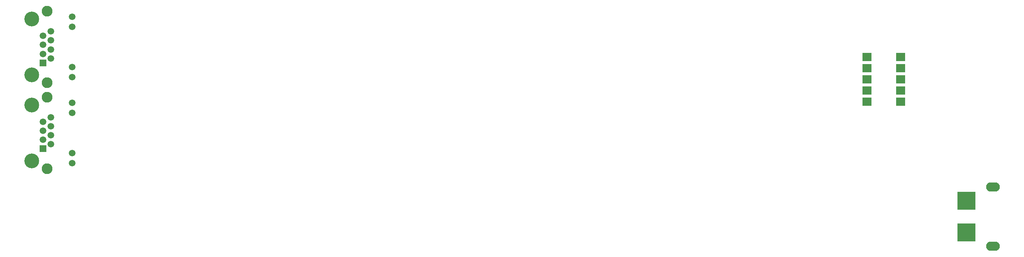
<source format=gbs>
G04*
G04 #@! TF.GenerationSoftware,Altium Limited,Altium Designer,18.1.7 (191)*
G04*
G04 Layer_Color=16711935*
%FSLAX44Y44*%
%MOMM*%
G71*
G01*
G75*
%ADD57O,3.1016X2.1016*%
%ADD58R,4.1016X4.1016*%
%ADD59R,2.1016X1.9016*%
%ADD60C,1.4996*%
%ADD61C,2.4566*%
%ADD62C,3.3516*%
%ADD63R,1.4996X1.4996*%
D57*
X2544000Y320000D02*
D03*
Y185000D02*
D03*
D58*
X2484000Y288500D02*
D03*
Y216500D02*
D03*
D59*
X2335200Y514000D02*
D03*
Y539400D02*
D03*
Y564800D02*
D03*
Y590200D02*
D03*
Y615600D02*
D03*
X2259000D02*
D03*
Y590200D02*
D03*
Y564800D02*
D03*
Y539400D02*
D03*
Y514000D02*
D03*
D60*
X459148Y592067D02*
D03*
Y569167D02*
D03*
Y683467D02*
D03*
Y706367D02*
D03*
X410848Y673367D02*
D03*
X393048Y663167D02*
D03*
X410848Y652967D02*
D03*
X393048Y642767D02*
D03*
X410848Y632567D02*
D03*
X393048Y622367D02*
D03*
X410848Y612167D02*
D03*
X459148Y397067D02*
D03*
Y374168D02*
D03*
Y488467D02*
D03*
Y511367D02*
D03*
X410848Y478368D02*
D03*
X393048Y468167D02*
D03*
X410848Y457967D02*
D03*
X393048Y447767D02*
D03*
X410848Y437567D02*
D03*
X393048Y427368D02*
D03*
X410848Y417168D02*
D03*
D61*
X401948Y556467D02*
D03*
Y719067D02*
D03*
Y361468D02*
D03*
Y524067D02*
D03*
D62*
X367648Y574267D02*
D03*
Y701267D02*
D03*
Y379268D02*
D03*
Y506268D02*
D03*
D63*
X393048Y601967D02*
D03*
Y406968D02*
D03*
M02*

</source>
